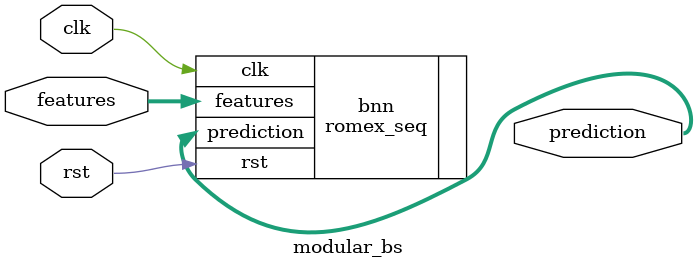
<source format=v>
`ifndef DUTNAME
`define DUTNAME modular_bs
parameter FEAT_CNT = 4;
parameter FEAT_BITS = 4;
parameter HIDDEN_CNT = 4;
parameter CLASS_CNT = 4;
`define WEIGHTS0 0
`define WEIGHTS1 0
`else
    `include `BSTRINGS
`endif
module `DUTNAME #(
`ifdef PARAMS
`include `PARAMS
`endif
  ) (
  input clk,
  input rst,
  input [FEAT_CNT*FEAT_BITS-1:0] features,
  output [$clog2(CLASS_CNT)-1:0] prediction
  );

  localparam Weights0 = `WEIGHTS0 ;
  localparam Weights1 = `WEIGHTS1 ;

  romex_seq #(.FEAT_CNT(FEAT_CNT),.FEAT_BITS(FEAT_BITS),.HIDDEN_CNT(HIDDEN_CNT),.CLASS_CNT(CLASS_CNT),.Weights0(Weights0),.Weights1(Weights1)) bnn (
    .clk(clk),
    .rst(rst),
    .features(features),
    .prediction(prediction)
  );

endmodule

</source>
